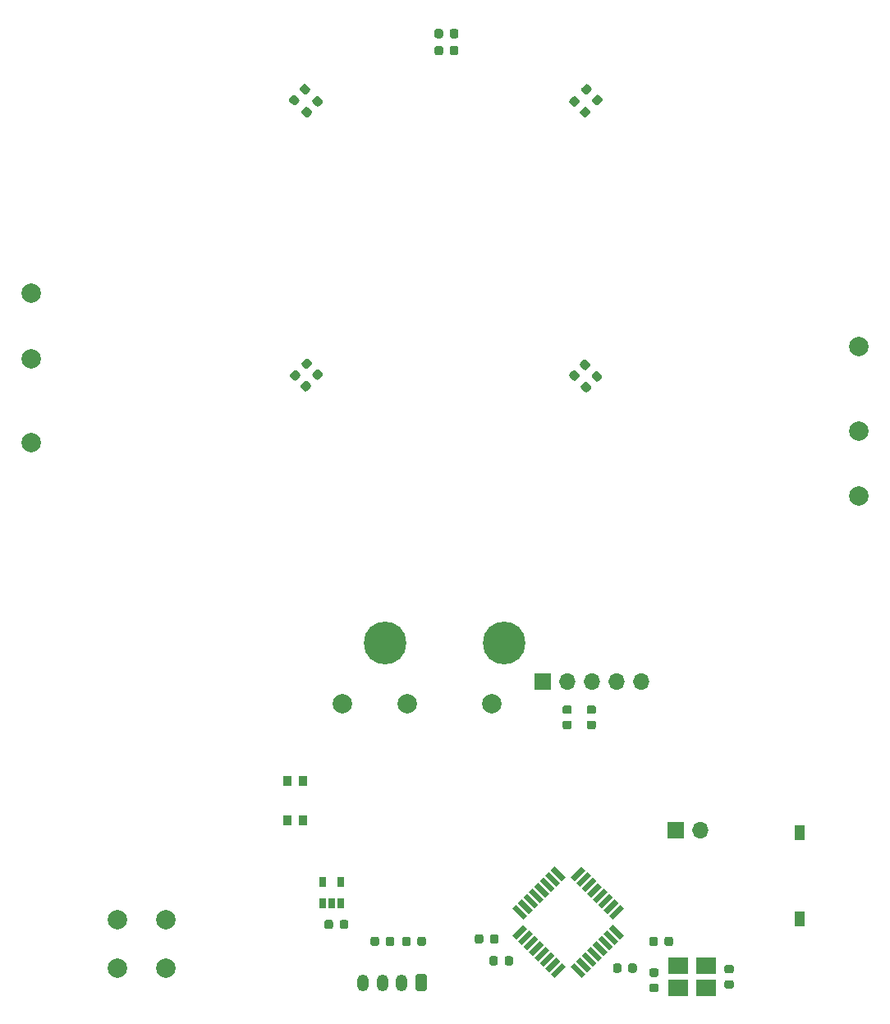
<source format=gbr>
G04 #@! TF.GenerationSoftware,KiCad,Pcbnew,5.1.7-a382d34a8~87~ubuntu20.04.1*
G04 #@! TF.CreationDate,2020-10-04T08:45:11+02:00*
G04 #@! TF.ProjectId,reform2-trackball,7265666f-726d-4322-9d74-7261636b6261,rev?*
G04 #@! TF.SameCoordinates,Original*
G04 #@! TF.FileFunction,Soldermask,Top*
G04 #@! TF.FilePolarity,Negative*
%FSLAX46Y46*%
G04 Gerber Fmt 4.6, Leading zero omitted, Abs format (unit mm)*
G04 Created by KiCad (PCBNEW 5.1.7-a382d34a8~87~ubuntu20.04.1) date 2020-10-04 08:45:11*
%MOMM*%
%LPD*%
G01*
G04 APERTURE LIST*
%ADD10O,1.200000X1.750000*%
%ADD11R,0.650000X1.060000*%
%ADD12R,1.100000X1.500000*%
%ADD13R,0.900000X1.000000*%
%ADD14R,2.100000X1.800000*%
%ADD15C,0.100000*%
%ADD16C,2.000000*%
%ADD17R,1.700000X1.700000*%
%ADD18O,1.700000X1.700000*%
%ADD19C,4.400000*%
G04 APERTURE END LIST*
D10*
X103250000Y-160250000D03*
X105250000Y-160250000D03*
X107250000Y-160250000D03*
G36*
G01*
X109850000Y-159624999D02*
X109850000Y-160875001D01*
G75*
G02*
X109600001Y-161125000I-249999J0D01*
G01*
X108899999Y-161125000D01*
G75*
G02*
X108650000Y-160875001I0J249999D01*
G01*
X108650000Y-159624999D01*
G75*
G02*
X108899999Y-159375000I249999J0D01*
G01*
X109600001Y-159375000D01*
G75*
G02*
X109850000Y-159624999I0J-249999D01*
G01*
G37*
G36*
G01*
X126543750Y-133250000D02*
X127056250Y-133250000D01*
G75*
G02*
X127275000Y-133468750I0J-218750D01*
G01*
X127275000Y-133906250D01*
G75*
G02*
X127056250Y-134125000I-218750J0D01*
G01*
X126543750Y-134125000D01*
G75*
G02*
X126325000Y-133906250I0J218750D01*
G01*
X126325000Y-133468750D01*
G75*
G02*
X126543750Y-133250000I218750J0D01*
G01*
G37*
G36*
G01*
X126543750Y-131675000D02*
X127056250Y-131675000D01*
G75*
G02*
X127275000Y-131893750I0J-218750D01*
G01*
X127275000Y-132331250D01*
G75*
G02*
X127056250Y-132550000I-218750J0D01*
G01*
X126543750Y-132550000D01*
G75*
G02*
X126325000Y-132331250I0J218750D01*
G01*
X126325000Y-131893750D01*
G75*
G02*
X126543750Y-131675000I218750J0D01*
G01*
G37*
G36*
G01*
X124043750Y-133250000D02*
X124556250Y-133250000D01*
G75*
G02*
X124775000Y-133468750I0J-218750D01*
G01*
X124775000Y-133906250D01*
G75*
G02*
X124556250Y-134125000I-218750J0D01*
G01*
X124043750Y-134125000D01*
G75*
G02*
X123825000Y-133906250I0J218750D01*
G01*
X123825000Y-133468750D01*
G75*
G02*
X124043750Y-133250000I218750J0D01*
G01*
G37*
G36*
G01*
X124043750Y-131675000D02*
X124556250Y-131675000D01*
G75*
G02*
X124775000Y-131893750I0J-218750D01*
G01*
X124775000Y-132331250D01*
G75*
G02*
X124556250Y-132550000I-218750J0D01*
G01*
X124043750Y-132550000D01*
G75*
G02*
X123825000Y-132331250I0J218750D01*
G01*
X123825000Y-131893750D01*
G75*
G02*
X124043750Y-131675000I218750J0D01*
G01*
G37*
G36*
G01*
X108150000Y-155743750D02*
X108150000Y-156256250D01*
G75*
G02*
X107931250Y-156475000I-218750J0D01*
G01*
X107493750Y-156475000D01*
G75*
G02*
X107275000Y-156256250I0J218750D01*
G01*
X107275000Y-155743750D01*
G75*
G02*
X107493750Y-155525000I218750J0D01*
G01*
X107931250Y-155525000D01*
G75*
G02*
X108150000Y-155743750I0J-218750D01*
G01*
G37*
G36*
G01*
X109725000Y-155743750D02*
X109725000Y-156256250D01*
G75*
G02*
X109506250Y-156475000I-218750J0D01*
G01*
X109068750Y-156475000D01*
G75*
G02*
X108850000Y-156256250I0J218750D01*
G01*
X108850000Y-155743750D01*
G75*
G02*
X109068750Y-155525000I218750J0D01*
G01*
X109506250Y-155525000D01*
G75*
G02*
X109725000Y-155743750I0J-218750D01*
G01*
G37*
G36*
G01*
X105600000Y-156256250D02*
X105600000Y-155743750D01*
G75*
G02*
X105818750Y-155525000I218750J0D01*
G01*
X106256250Y-155525000D01*
G75*
G02*
X106475000Y-155743750I0J-218750D01*
G01*
X106475000Y-156256250D01*
G75*
G02*
X106256250Y-156475000I-218750J0D01*
G01*
X105818750Y-156475000D01*
G75*
G02*
X105600000Y-156256250I0J218750D01*
G01*
G37*
G36*
G01*
X104025000Y-156256250D02*
X104025000Y-155743750D01*
G75*
G02*
X104243750Y-155525000I218750J0D01*
G01*
X104681250Y-155525000D01*
G75*
G02*
X104900000Y-155743750I0J-218750D01*
G01*
X104900000Y-156256250D01*
G75*
G02*
X104681250Y-156475000I-218750J0D01*
G01*
X104243750Y-156475000D01*
G75*
G02*
X104025000Y-156256250I0J218750D01*
G01*
G37*
D11*
X99050000Y-149900000D03*
X100950000Y-149900000D03*
X100950000Y-152100000D03*
X100000000Y-152100000D03*
X99050000Y-152100000D03*
G36*
G01*
X100850000Y-154506250D02*
X100850000Y-153993750D01*
G75*
G02*
X101068750Y-153775000I218750J0D01*
G01*
X101506250Y-153775000D01*
G75*
G02*
X101725000Y-153993750I0J-218750D01*
G01*
X101725000Y-154506250D01*
G75*
G02*
X101506250Y-154725000I-218750J0D01*
G01*
X101068750Y-154725000D01*
G75*
G02*
X100850000Y-154506250I0J218750D01*
G01*
G37*
G36*
G01*
X99275000Y-154506250D02*
X99275000Y-153993750D01*
G75*
G02*
X99493750Y-153775000I218750J0D01*
G01*
X99931250Y-153775000D01*
G75*
G02*
X100150000Y-153993750I0J-218750D01*
G01*
X100150000Y-154506250D01*
G75*
G02*
X99931250Y-154725000I-218750J0D01*
G01*
X99493750Y-154725000D01*
G75*
G02*
X99275000Y-154506250I0J218750D01*
G01*
G37*
G36*
G01*
X126371316Y-98366291D02*
X126733709Y-98728684D01*
G75*
G02*
X126733709Y-99038044I-154680J-154680D01*
G01*
X126424350Y-99347403D01*
G75*
G02*
X126114990Y-99347403I-154680J154680D01*
G01*
X125752597Y-98985010D01*
G75*
G02*
X125752597Y-98675650I154680J154680D01*
G01*
X126061956Y-98366291D01*
G75*
G02*
X126371316Y-98366291I154680J-154680D01*
G01*
G37*
G36*
G01*
X127485010Y-97252597D02*
X127847403Y-97614990D01*
G75*
G02*
X127847403Y-97924350I-154680J-154680D01*
G01*
X127538044Y-98233709D01*
G75*
G02*
X127228684Y-98233709I-154680J154680D01*
G01*
X126866291Y-97871316D01*
G75*
G02*
X126866291Y-97561956I154680J154680D01*
G01*
X127175650Y-97252597D01*
G75*
G02*
X127485010Y-97252597I154680J-154680D01*
G01*
G37*
G36*
G01*
X126916291Y-69128684D02*
X127278684Y-68766291D01*
G75*
G02*
X127588044Y-68766291I154680J-154680D01*
G01*
X127897403Y-69075650D01*
G75*
G02*
X127897403Y-69385010I-154680J-154680D01*
G01*
X127535010Y-69747403D01*
G75*
G02*
X127225650Y-69747403I-154680J154680D01*
G01*
X126916291Y-69438044D01*
G75*
G02*
X126916291Y-69128684I154680J154680D01*
G01*
G37*
G36*
G01*
X125802597Y-68014990D02*
X126164990Y-67652597D01*
G75*
G02*
X126474350Y-67652597I154680J-154680D01*
G01*
X126783709Y-67961956D01*
G75*
G02*
X126783709Y-68271316I-154680J-154680D01*
G01*
X126421316Y-68633709D01*
G75*
G02*
X126111956Y-68633709I-154680J154680D01*
G01*
X125802597Y-68324350D01*
G75*
G02*
X125802597Y-68014990I154680J154680D01*
G01*
G37*
G36*
G01*
X112200000Y-62656250D02*
X112200000Y-62143750D01*
G75*
G02*
X112418750Y-61925000I218750J0D01*
G01*
X112856250Y-61925000D01*
G75*
G02*
X113075000Y-62143750I0J-218750D01*
G01*
X113075000Y-62656250D01*
G75*
G02*
X112856250Y-62875000I-218750J0D01*
G01*
X112418750Y-62875000D01*
G75*
G02*
X112200000Y-62656250I0J218750D01*
G01*
G37*
G36*
G01*
X110625000Y-62656250D02*
X110625000Y-62143750D01*
G75*
G02*
X110843750Y-61925000I218750J0D01*
G01*
X111281250Y-61925000D01*
G75*
G02*
X111500000Y-62143750I0J-218750D01*
G01*
X111500000Y-62656250D01*
G75*
G02*
X111281250Y-62875000I-218750J0D01*
G01*
X110843750Y-62875000D01*
G75*
G02*
X110625000Y-62656250I0J218750D01*
G01*
G37*
G36*
G01*
X96271316Y-68766291D02*
X96633709Y-69128684D01*
G75*
G02*
X96633709Y-69438044I-154680J-154680D01*
G01*
X96324350Y-69747403D01*
G75*
G02*
X96014990Y-69747403I-154680J154680D01*
G01*
X95652597Y-69385010D01*
G75*
G02*
X95652597Y-69075650I154680J154680D01*
G01*
X95961956Y-68766291D01*
G75*
G02*
X96271316Y-68766291I154680J-154680D01*
G01*
G37*
G36*
G01*
X97385010Y-67652597D02*
X97747403Y-68014990D01*
G75*
G02*
X97747403Y-68324350I-154680J-154680D01*
G01*
X97438044Y-68633709D01*
G75*
G02*
X97128684Y-68633709I-154680J154680D01*
G01*
X96766291Y-68271316D01*
G75*
G02*
X96766291Y-67961956I154680J154680D01*
G01*
X97075650Y-67652597D01*
G75*
G02*
X97385010Y-67652597I154680J-154680D01*
G01*
G37*
G36*
G01*
X96733709Y-97771316D02*
X96371316Y-98133709D01*
G75*
G02*
X96061956Y-98133709I-154680J154680D01*
G01*
X95752597Y-97824350D01*
G75*
G02*
X95752597Y-97514990I154680J154680D01*
G01*
X96114990Y-97152597D01*
G75*
G02*
X96424350Y-97152597I154680J-154680D01*
G01*
X96733709Y-97461956D01*
G75*
G02*
X96733709Y-97771316I-154680J-154680D01*
G01*
G37*
G36*
G01*
X97847403Y-98885010D02*
X97485010Y-99247403D01*
G75*
G02*
X97175650Y-99247403I-154680J154680D01*
G01*
X96866291Y-98938044D01*
G75*
G02*
X96866291Y-98628684I154680J154680D01*
G01*
X97228684Y-98266291D01*
G75*
G02*
X97538044Y-98266291I154680J-154680D01*
G01*
X97847403Y-98575650D01*
G75*
G02*
X97847403Y-98885010I-154680J-154680D01*
G01*
G37*
G36*
G01*
X133650000Y-155743750D02*
X133650000Y-156256250D01*
G75*
G02*
X133431250Y-156475000I-218750J0D01*
G01*
X132993750Y-156475000D01*
G75*
G02*
X132775000Y-156256250I0J218750D01*
G01*
X132775000Y-155743750D01*
G75*
G02*
X132993750Y-155525000I218750J0D01*
G01*
X133431250Y-155525000D01*
G75*
G02*
X133650000Y-155743750I0J-218750D01*
G01*
G37*
G36*
G01*
X135225000Y-155743750D02*
X135225000Y-156256250D01*
G75*
G02*
X135006250Y-156475000I-218750J0D01*
G01*
X134568750Y-156475000D01*
G75*
G02*
X134350000Y-156256250I0J218750D01*
G01*
X134350000Y-155743750D01*
G75*
G02*
X134568750Y-155525000I218750J0D01*
G01*
X135006250Y-155525000D01*
G75*
G02*
X135225000Y-155743750I0J-218750D01*
G01*
G37*
G36*
G01*
X116350000Y-156006250D02*
X116350000Y-155493750D01*
G75*
G02*
X116568750Y-155275000I218750J0D01*
G01*
X117006250Y-155275000D01*
G75*
G02*
X117225000Y-155493750I0J-218750D01*
G01*
X117225000Y-156006250D01*
G75*
G02*
X117006250Y-156225000I-218750J0D01*
G01*
X116568750Y-156225000D01*
G75*
G02*
X116350000Y-156006250I0J218750D01*
G01*
G37*
G36*
G01*
X114775000Y-156006250D02*
X114775000Y-155493750D01*
G75*
G02*
X114993750Y-155275000I218750J0D01*
G01*
X115431250Y-155275000D01*
G75*
G02*
X115650000Y-155493750I0J-218750D01*
G01*
X115650000Y-156006250D01*
G75*
G02*
X115431250Y-156225000I-218750J0D01*
G01*
X114993750Y-156225000D01*
G75*
G02*
X114775000Y-156006250I0J218750D01*
G01*
G37*
G36*
G01*
X117150000Y-157743750D02*
X117150000Y-158256250D01*
G75*
G02*
X116931250Y-158475000I-218750J0D01*
G01*
X116493750Y-158475000D01*
G75*
G02*
X116275000Y-158256250I0J218750D01*
G01*
X116275000Y-157743750D01*
G75*
G02*
X116493750Y-157525000I218750J0D01*
G01*
X116931250Y-157525000D01*
G75*
G02*
X117150000Y-157743750I0J-218750D01*
G01*
G37*
G36*
G01*
X118725000Y-157743750D02*
X118725000Y-158256250D01*
G75*
G02*
X118506250Y-158475000I-218750J0D01*
G01*
X118068750Y-158475000D01*
G75*
G02*
X117850000Y-158256250I0J218750D01*
G01*
X117850000Y-157743750D01*
G75*
G02*
X118068750Y-157525000I218750J0D01*
G01*
X118506250Y-157525000D01*
G75*
G02*
X118725000Y-157743750I0J-218750D01*
G01*
G37*
G36*
G01*
X130600000Y-159006250D02*
X130600000Y-158493750D01*
G75*
G02*
X130818750Y-158275000I218750J0D01*
G01*
X131256250Y-158275000D01*
G75*
G02*
X131475000Y-158493750I0J-218750D01*
G01*
X131475000Y-159006250D01*
G75*
G02*
X131256250Y-159225000I-218750J0D01*
G01*
X130818750Y-159225000D01*
G75*
G02*
X130600000Y-159006250I0J218750D01*
G01*
G37*
G36*
G01*
X129025000Y-159006250D02*
X129025000Y-158493750D01*
G75*
G02*
X129243750Y-158275000I218750J0D01*
G01*
X129681250Y-158275000D01*
G75*
G02*
X129900000Y-158493750I0J-218750D01*
G01*
X129900000Y-159006250D01*
G75*
G02*
X129681250Y-159225000I-218750J0D01*
G01*
X129243750Y-159225000D01*
G75*
G02*
X129025000Y-159006250I0J218750D01*
G01*
G37*
G36*
G01*
X132993750Y-160350000D02*
X133506250Y-160350000D01*
G75*
G02*
X133725000Y-160568750I0J-218750D01*
G01*
X133725000Y-161006250D01*
G75*
G02*
X133506250Y-161225000I-218750J0D01*
G01*
X132993750Y-161225000D01*
G75*
G02*
X132775000Y-161006250I0J218750D01*
G01*
X132775000Y-160568750D01*
G75*
G02*
X132993750Y-160350000I218750J0D01*
G01*
G37*
G36*
G01*
X132993750Y-158775000D02*
X133506250Y-158775000D01*
G75*
G02*
X133725000Y-158993750I0J-218750D01*
G01*
X133725000Y-159431250D01*
G75*
G02*
X133506250Y-159650000I-218750J0D01*
G01*
X132993750Y-159650000D01*
G75*
G02*
X132775000Y-159431250I0J218750D01*
G01*
X132775000Y-158993750D01*
G75*
G02*
X132993750Y-158775000I218750J0D01*
G01*
G37*
G36*
G01*
X140743750Y-160000000D02*
X141256250Y-160000000D01*
G75*
G02*
X141475000Y-160218750I0J-218750D01*
G01*
X141475000Y-160656250D01*
G75*
G02*
X141256250Y-160875000I-218750J0D01*
G01*
X140743750Y-160875000D01*
G75*
G02*
X140525000Y-160656250I0J218750D01*
G01*
X140525000Y-160218750D01*
G75*
G02*
X140743750Y-160000000I218750J0D01*
G01*
G37*
G36*
G01*
X140743750Y-158425000D02*
X141256250Y-158425000D01*
G75*
G02*
X141475000Y-158643750I0J-218750D01*
G01*
X141475000Y-159081250D01*
G75*
G02*
X141256250Y-159300000I-218750J0D01*
G01*
X140743750Y-159300000D01*
G75*
G02*
X140525000Y-159081250I0J218750D01*
G01*
X140525000Y-158643750D01*
G75*
G02*
X140743750Y-158425000I218750J0D01*
G01*
G37*
D12*
X148250000Y-144800000D03*
X148250000Y-153700000D03*
D13*
X97050000Y-139450000D03*
X95450000Y-139450000D03*
X97050000Y-143550000D03*
X95450000Y-143550000D03*
G36*
G01*
X126028684Y-97033709D02*
X125666291Y-96671316D01*
G75*
G02*
X125666291Y-96361956I154680J154680D01*
G01*
X125975650Y-96052597D01*
G75*
G02*
X126285010Y-96052597I154680J-154680D01*
G01*
X126647403Y-96414990D01*
G75*
G02*
X126647403Y-96724350I-154680J-154680D01*
G01*
X126338044Y-97033709D01*
G75*
G02*
X126028684Y-97033709I-154680J154680D01*
G01*
G37*
G36*
G01*
X124914990Y-98147403D02*
X124552597Y-97785010D01*
G75*
G02*
X124552597Y-97475650I154680J154680D01*
G01*
X124861956Y-97166291D01*
G75*
G02*
X125171316Y-97166291I154680J-154680D01*
G01*
X125533709Y-97528684D01*
G75*
G02*
X125533709Y-97838044I-154680J-154680D01*
G01*
X125224350Y-98147403D01*
G75*
G02*
X124914990Y-98147403I-154680J154680D01*
G01*
G37*
G36*
G01*
X125533709Y-69521316D02*
X125171316Y-69883709D01*
G75*
G02*
X124861956Y-69883709I-154680J154680D01*
G01*
X124552597Y-69574350D01*
G75*
G02*
X124552597Y-69264990I154680J154680D01*
G01*
X124914990Y-68902597D01*
G75*
G02*
X125224350Y-68902597I154680J-154680D01*
G01*
X125533709Y-69211956D01*
G75*
G02*
X125533709Y-69521316I-154680J-154680D01*
G01*
G37*
G36*
G01*
X126647403Y-70635010D02*
X126285010Y-70997403D01*
G75*
G02*
X125975650Y-70997403I-154680J154680D01*
G01*
X125666291Y-70688044D01*
G75*
G02*
X125666291Y-70378684I154680J154680D01*
G01*
X126028684Y-70016291D01*
G75*
G02*
X126338044Y-70016291I154680J-154680D01*
G01*
X126647403Y-70325650D01*
G75*
G02*
X126647403Y-70635010I-154680J-154680D01*
G01*
G37*
G36*
G01*
X111500000Y-63893750D02*
X111500000Y-64406250D01*
G75*
G02*
X111281250Y-64625000I-218750J0D01*
G01*
X110843750Y-64625000D01*
G75*
G02*
X110625000Y-64406250I0J218750D01*
G01*
X110625000Y-63893750D01*
G75*
G02*
X110843750Y-63675000I218750J0D01*
G01*
X111281250Y-63675000D01*
G75*
G02*
X111500000Y-63893750I0J-218750D01*
G01*
G37*
G36*
G01*
X113075000Y-63893750D02*
X113075000Y-64406250D01*
G75*
G02*
X112856250Y-64625000I-218750J0D01*
G01*
X112418750Y-64625000D01*
G75*
G02*
X112200000Y-64406250I0J218750D01*
G01*
X112200000Y-63893750D01*
G75*
G02*
X112418750Y-63675000I218750J0D01*
G01*
X112856250Y-63675000D01*
G75*
G02*
X113075000Y-63893750I0J-218750D01*
G01*
G37*
G36*
G01*
X98428684Y-69883709D02*
X98066291Y-69521316D01*
G75*
G02*
X98066291Y-69211956I154680J154680D01*
G01*
X98375650Y-68902597D01*
G75*
G02*
X98685010Y-68902597I154680J-154680D01*
G01*
X99047403Y-69264990D01*
G75*
G02*
X99047403Y-69574350I-154680J-154680D01*
G01*
X98738044Y-69883709D01*
G75*
G02*
X98428684Y-69883709I-154680J154680D01*
G01*
G37*
G36*
G01*
X97314990Y-70997403D02*
X96952597Y-70635010D01*
G75*
G02*
X96952597Y-70325650I154680J154680D01*
G01*
X97261956Y-70016291D01*
G75*
G02*
X97571316Y-70016291I154680J-154680D01*
G01*
X97933709Y-70378684D01*
G75*
G02*
X97933709Y-70688044I-154680J-154680D01*
G01*
X97624350Y-70997403D01*
G75*
G02*
X97314990Y-70997403I-154680J154680D01*
G01*
G37*
G36*
G01*
X98066291Y-97428684D02*
X98428684Y-97066291D01*
G75*
G02*
X98738044Y-97066291I154680J-154680D01*
G01*
X99047403Y-97375650D01*
G75*
G02*
X99047403Y-97685010I-154680J-154680D01*
G01*
X98685010Y-98047403D01*
G75*
G02*
X98375650Y-98047403I-154680J154680D01*
G01*
X98066291Y-97738044D01*
G75*
G02*
X98066291Y-97428684I154680J154680D01*
G01*
G37*
G36*
G01*
X96952597Y-96314990D02*
X97314990Y-95952597D01*
G75*
G02*
X97624350Y-95952597I154680J-154680D01*
G01*
X97933709Y-96261956D01*
G75*
G02*
X97933709Y-96571316I-154680J-154680D01*
G01*
X97571316Y-96933709D01*
G75*
G02*
X97261956Y-96933709I-154680J154680D01*
G01*
X96952597Y-96624350D01*
G75*
G02*
X96952597Y-96314990I154680J154680D01*
G01*
G37*
D14*
X138650000Y-160800000D03*
X135750000Y-160800000D03*
X135750000Y-158500000D03*
X138650000Y-158500000D03*
D15*
G36*
X126185445Y-159356334D02*
G01*
X125796536Y-159745243D01*
X124665165Y-158613872D01*
X125054074Y-158224963D01*
X126185445Y-159356334D01*
G37*
G36*
X126751130Y-158790648D02*
G01*
X126362221Y-159179557D01*
X125230850Y-158048186D01*
X125619759Y-157659277D01*
X126751130Y-158790648D01*
G37*
G36*
X127316816Y-158224963D02*
G01*
X126927907Y-158613872D01*
X125796536Y-157482501D01*
X126185445Y-157093592D01*
X127316816Y-158224963D01*
G37*
G36*
X127882501Y-157659278D02*
G01*
X127493592Y-158048187D01*
X126362221Y-156916816D01*
X126751130Y-156527907D01*
X127882501Y-157659278D01*
G37*
G36*
X128448187Y-157093592D02*
G01*
X128059278Y-157482501D01*
X126927907Y-156351130D01*
X127316816Y-155962221D01*
X128448187Y-157093592D01*
G37*
G36*
X129013872Y-156527907D02*
G01*
X128624963Y-156916816D01*
X127493592Y-155785445D01*
X127882501Y-155396536D01*
X129013872Y-156527907D01*
G37*
G36*
X129579557Y-155962221D02*
G01*
X129190648Y-156351130D01*
X128059277Y-155219759D01*
X128448186Y-154830850D01*
X129579557Y-155962221D01*
G37*
G36*
X130145243Y-155396536D02*
G01*
X129756334Y-155785445D01*
X128624963Y-154654074D01*
X129013872Y-154265165D01*
X130145243Y-155396536D01*
G37*
G36*
X129756334Y-152214555D02*
G01*
X130145243Y-152603464D01*
X129013872Y-153734835D01*
X128624963Y-153345926D01*
X129756334Y-152214555D01*
G37*
G36*
X129190648Y-151648870D02*
G01*
X129579557Y-152037779D01*
X128448186Y-153169150D01*
X128059277Y-152780241D01*
X129190648Y-151648870D01*
G37*
G36*
X128624963Y-151083184D02*
G01*
X129013872Y-151472093D01*
X127882501Y-152603464D01*
X127493592Y-152214555D01*
X128624963Y-151083184D01*
G37*
G36*
X128059278Y-150517499D02*
G01*
X128448187Y-150906408D01*
X127316816Y-152037779D01*
X126927907Y-151648870D01*
X128059278Y-150517499D01*
G37*
G36*
X127493592Y-149951813D02*
G01*
X127882501Y-150340722D01*
X126751130Y-151472093D01*
X126362221Y-151083184D01*
X127493592Y-149951813D01*
G37*
G36*
X126927907Y-149386128D02*
G01*
X127316816Y-149775037D01*
X126185445Y-150906408D01*
X125796536Y-150517499D01*
X126927907Y-149386128D01*
G37*
G36*
X126362221Y-148820443D02*
G01*
X126751130Y-149209352D01*
X125619759Y-150340723D01*
X125230850Y-149951814D01*
X126362221Y-148820443D01*
G37*
G36*
X125796536Y-148254757D02*
G01*
X126185445Y-148643666D01*
X125054074Y-149775037D01*
X124665165Y-149386128D01*
X125796536Y-148254757D01*
G37*
G36*
X124134835Y-149386128D02*
G01*
X123745926Y-149775037D01*
X122614555Y-148643666D01*
X123003464Y-148254757D01*
X124134835Y-149386128D01*
G37*
G36*
X123569150Y-149951814D02*
G01*
X123180241Y-150340723D01*
X122048870Y-149209352D01*
X122437779Y-148820443D01*
X123569150Y-149951814D01*
G37*
G36*
X123003464Y-150517499D02*
G01*
X122614555Y-150906408D01*
X121483184Y-149775037D01*
X121872093Y-149386128D01*
X123003464Y-150517499D01*
G37*
G36*
X122437779Y-151083184D02*
G01*
X122048870Y-151472093D01*
X120917499Y-150340722D01*
X121306408Y-149951813D01*
X122437779Y-151083184D01*
G37*
G36*
X121872093Y-151648870D02*
G01*
X121483184Y-152037779D01*
X120351813Y-150906408D01*
X120740722Y-150517499D01*
X121872093Y-151648870D01*
G37*
G36*
X121306408Y-152214555D02*
G01*
X120917499Y-152603464D01*
X119786128Y-151472093D01*
X120175037Y-151083184D01*
X121306408Y-152214555D01*
G37*
G36*
X120740723Y-152780241D02*
G01*
X120351814Y-153169150D01*
X119220443Y-152037779D01*
X119609352Y-151648870D01*
X120740723Y-152780241D01*
G37*
G36*
X120175037Y-153345926D02*
G01*
X119786128Y-153734835D01*
X118654757Y-152603464D01*
X119043666Y-152214555D01*
X120175037Y-153345926D01*
G37*
G36*
X119786128Y-154265165D02*
G01*
X120175037Y-154654074D01*
X119043666Y-155785445D01*
X118654757Y-155396536D01*
X119786128Y-154265165D01*
G37*
G36*
X120351814Y-154830850D02*
G01*
X120740723Y-155219759D01*
X119609352Y-156351130D01*
X119220443Y-155962221D01*
X120351814Y-154830850D01*
G37*
G36*
X120917499Y-155396536D02*
G01*
X121306408Y-155785445D01*
X120175037Y-156916816D01*
X119786128Y-156527907D01*
X120917499Y-155396536D01*
G37*
G36*
X121483184Y-155962221D02*
G01*
X121872093Y-156351130D01*
X120740722Y-157482501D01*
X120351813Y-157093592D01*
X121483184Y-155962221D01*
G37*
G36*
X122048870Y-156527907D02*
G01*
X122437779Y-156916816D01*
X121306408Y-158048187D01*
X120917499Y-157659278D01*
X122048870Y-156527907D01*
G37*
G36*
X122614555Y-157093592D02*
G01*
X123003464Y-157482501D01*
X121872093Y-158613872D01*
X121483184Y-158224963D01*
X122614555Y-157093592D01*
G37*
G36*
X123180241Y-157659277D02*
G01*
X123569150Y-158048186D01*
X122437779Y-159179557D01*
X122048870Y-158790648D01*
X123180241Y-157659277D01*
G37*
G36*
X123745926Y-158224963D02*
G01*
X124134835Y-158613872D01*
X123003464Y-159745243D01*
X122614555Y-159356334D01*
X123745926Y-158224963D01*
G37*
D16*
X69000000Y-104600000D03*
X69000000Y-95900000D03*
X69000000Y-89200000D03*
X101150000Y-131500000D03*
X107850000Y-131500000D03*
X116550000Y-131500000D03*
X154400000Y-94700000D03*
X154400000Y-103400000D03*
X154400000Y-110100000D03*
X82900000Y-153750000D03*
X82900000Y-158750000D03*
X77900000Y-158750000D03*
X77900000Y-153750000D03*
D17*
X135500000Y-144500000D03*
D18*
X138040000Y-144500000D03*
D19*
X105550000Y-125250000D03*
X117800000Y-125250000D03*
D17*
X121800000Y-129200000D03*
D18*
X124340000Y-129200000D03*
X126880000Y-129200000D03*
X129420000Y-129200000D03*
X131960000Y-129200000D03*
M02*

</source>
